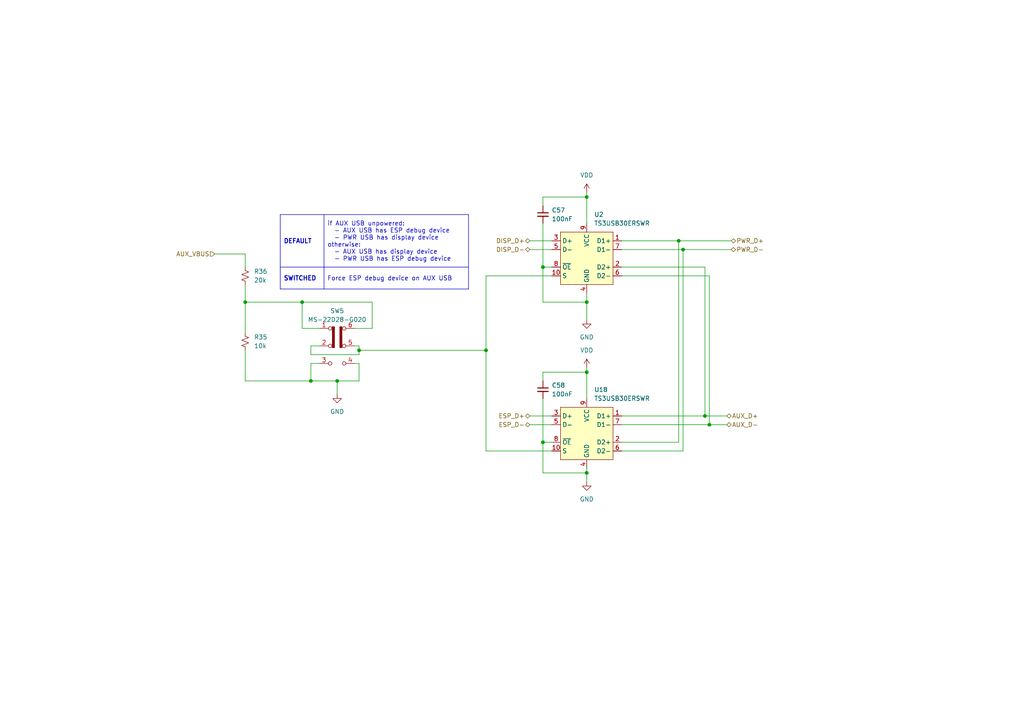
<source format=kicad_sch>
(kicad_sch (version 20250114) (generator "eeschema") (generator_version "9.0")
  (paper "A4")
  (title_block (title "USB Port Crosspoint Switch") (rev "A") (company "MLABS") (comment 1 "MSign-NG"))
  (lib_symbols
    (symbol "Device:C_Small" (pin_numbers (hide yes)) (pin_names (offset 0.254) (hide yes))
      (property "Reference" "C" (at 0.254 1.778 0))
      (property "Value" "C_Small" (at 0.254 -2.032 0))
      (symbol "C_Small_0_1"
        (polyline (pts (xy -1.524 0.508) (xy 1.524 0.508)) (stroke (width 0.3048)))
        (polyline (pts (xy -1.524 -0.508) (xy 1.524 -0.508)) (stroke (width 0.3302)))
      )
      (symbol "C_Small_1_1"
        (pin passive line (at 0 2.54 270) (length 2.032) (name "~") (number "1"))
        (pin passive line (at 0 -2.54 90) (length 2.032) (name "~") (number "2"))
      )
    )
    (symbol "Device:R_Small_US" (pin_numbers (hide yes)) (pin_names (offset 0.254) (hide yes))
      (property "Reference" "R" (at 0.762 0.508 0))
      (property "Value" "R_Small_US" (at 0.762 -1.016 0))
      (symbol "R_Small_US_1_1"
        (polyline (pts (xy 0 1.524) (xy 1.016 1.143) (xy 0 0.762) (xy -1.016 0.381) (xy 0 0)))
        (polyline (pts (xy 0 0) (xy 1.016 -0.381) (xy 0 -0.762) (xy -1.016 -1.143) (xy 0 -1.524)))
        (pin passive line (at 0 2.54 270) (length 1.016) (name "~") (number "1"))
        (pin passive line (at 0 -2.54 90) (length 1.016) (name "~") (number "2"))
      )
    )
    (symbol "Interface_USB:TS3USB30ERSWR"
      (property "Reference" "U" (at -6.35 8.89 0))
      (property "Value" "TS3USB30ERSWR" (at 8.89 8.89 0))
      (symbol "TS3USB30ERSWR_1_1"
        (rectangle (start -7.62 7.62) (end 7.62 -7.62) (fill (type background)))
        (pin bidirectional line (at -10.16 5.08 0) (length 2.54) (name "D+") (number "3"))
        (pin bidirectional line (at -10.16 2.54 0) (length 2.54) (name "D-") (number "5"))
        (pin input line (at -10.16 -2.54 0) (length 2.54) (name "~{OE}") (number "8"))
        (pin input line (at -10.16 -5.08 0) (length 2.54) (name "S") (number "10"))
        (pin power_in line (at 0 10.16 270) (length 2.54) (name "VCC") (number "9"))
        (pin power_in line (at 0 -10.16 90) (length 2.54) (name "GND") (number "4"))
        (pin bidirectional line (at 10.16 5.08 180) (length 2.54) (name "D1+") (number "1"))
        (pin bidirectional line (at 10.16 2.54 180) (length 2.54) (name "D1-") (number "7"))
        (pin bidirectional line (at 10.16 -2.54 180) (length 2.54) (name "D2+") (number "2"))
        (pin bidirectional line (at 10.16 -5.08 180) (length 2.54) (name "D2-") (number "6"))
      )
    )
    (symbol "Switch:SW_Slide_DPDT" (pin_names (offset 0) (hide yes))
      (property "Reference" "SW" (at 0 6.858 0))
      (property "Value" "SW_Slide_DPDT" (at 0 -8.128 0))
      (symbol "SW_Slide_DPDT_0_0"
        (circle (center -2.032 5.08) (radius 0.508))
        (circle (center -2.032 -5.08) (radius 0.508))
        (circle (center 2.032 0) (radius 0.508))
        (circle (center 2.032 -5.08) (radius 0.508))
      )
      (symbol "SW_Slide_DPDT_0_1"
        (circle (center -2.032 0) (radius 0.508))
        (circle (center 2.032 5.08) (radius 0.508))
      )
      (symbol "SW_Slide_DPDT_1_1"
        (rectangle (start -1.397 5.588) (end -0.762 -0.508) (fill (type outline)))
        (rectangle (start 0.762 5.588) (end 1.397 -0.508) (fill (type outline)))
        (pin passive line (at -5.08 5.08 0) (length 2.54) (name "A") (number "1"))
        (pin passive line (at -5.08 0 0) (length 2.54) (name "B") (number "2"))
        (pin passive line (at -5.08 -5.08 0) (length 2.54) (name "C") (number "3"))
        (pin passive line (at 5.08 5.08 180) (length 2.54) (name "C") (number "6"))
        (pin passive line (at 5.08 0 180) (length 2.54) (name "B") (number "5"))
        (pin passive line (at 5.08 -5.08 180) (length 2.54) (name "A") (number "4"))
      )
    )
    (symbol "power:GND" (power) (pin_numbers (hide yes)) (pin_names (offset 0) (hide yes))
      (property "Value" "GND" (at 0 -3.81 0))
      (symbol "GND_0_1"
        (polyline (pts (xy 0 0) (xy 0 -1.27) (xy 1.27 -1.27) (xy 0 -2.54) (xy -1.27 -1.27) (xy 0 -1.27)))
      )
      (symbol "GND_1_1"
        (pin power_in line (at 0 0 270) (length 0) (name "~") (number "1"))
      )
    )
    (symbol "power:VDD" (power) (pin_numbers (hide yes)) (pin_names (offset 0) (hide yes))
      (property "Value" "VDD" (at 0 3.556 0))
      (symbol "VDD_0_1"
        (polyline (pts (xy -0.762 1.27) (xy 0 2.54)))
        (polyline (pts (xy 0 2.54) (xy 0.762 1.27)))
        (polyline (pts (xy 0 0) (xy 0 2.54)))
      )
      (symbol "VDD_1_1"
        (pin power_in line (at 0 0 90) (length 0) (name "~") (number "1"))
      )
    )
  )
  (junction (at 205.74 123.19))
  (junction (at 170.18 87.63))
  (junction (at 157.48 128.27))
  (junction (at 104.14 101.6))
  (junction (at 71.12 87.63))
  (junction (at 157.48 77.47))
  (junction (at 170.18 137.16))
  (junction (at 140.97 101.6))
  (junction (at 204.47 120.65))
  (junction (at 170.18 107.95))
  (junction (at 196.85 69.85))
  (junction (at 170.18 57.15))
  (junction (at 87.63 87.63))
  (junction (at 198.12 72.39))
  (junction (at 90.17 110.49))
  (junction (at 97.79 110.49))
  (wire (pts (xy 104.14 101.6) (xy 104.14 100.33)))
  (wire (pts (xy 157.48 64.77) (xy 157.48 77.47)))
  (wire (pts (xy 97.79 110.49) (xy 97.79 114.3)))
  (wire (pts (xy 107.95 95.25) (xy 102.87 95.25)))
  (wire (pts (xy 157.48 87.63) (xy 170.18 87.63)))
  (wire (pts (xy 170.18 55.88) (xy 170.18 57.15)))
  (wire (pts (xy 71.12 82.55) (xy 71.12 87.63)))
  (wire (pts (xy 104.14 101.6) (xy 140.97 101.6)))
  (wire (pts (xy 196.85 69.85) (xy 212.09 69.85)))
  (wire (pts (xy 160.02 128.27) (xy 157.48 128.27)))
  (wire (pts (xy 104.14 100.33) (xy 102.87 100.33)))
  (wire (pts (xy 153.67 123.19) (xy 160.02 123.19)))
  (wire (pts (xy 92.71 100.33) (xy 90.17 100.33)))
  (wire (pts (xy 107.95 87.63) (xy 107.95 95.25)))
  (wire (pts (xy 87.63 87.63) (xy 107.95 87.63)))
  (wire (pts (xy 198.12 72.39) (xy 212.09 72.39)))
  (wire (pts (xy 157.48 110.49) (xy 157.48 107.95)))
  (wire (pts (xy 62.23 73.66) (xy 71.12 73.66)))
  (wire (pts (xy 157.48 137.16) (xy 170.18 137.16)))
  (wire (pts (xy 180.34 80.01) (xy 205.74 80.01)))
  (wire (pts (xy 157.48 128.27) (xy 157.48 137.16)))
  (wire (pts (xy 104.14 105.41) (xy 104.14 110.49)))
  (wire (pts (xy 87.63 95.25) (xy 92.71 95.25)))
  (wire (pts (xy 157.48 115.57) (xy 157.48 128.27)))
  (wire (pts (xy 90.17 110.49) (xy 97.79 110.49)))
  (wire (pts (xy 71.12 73.66) (xy 71.12 77.47)))
  (wire (pts (xy 140.97 101.6) (xy 140.97 130.81)))
  (wire (pts (xy 102.87 105.41) (xy 104.14 105.41)))
  (wire (pts (xy 170.18 135.89) (xy 170.18 137.16)))
  (wire (pts (xy 140.97 130.81) (xy 160.02 130.81)))
  (wire (pts (xy 153.67 72.39) (xy 160.02 72.39)))
  (wire (pts (xy 71.12 87.63) (xy 87.63 87.63)))
  (wire (pts (xy 180.34 72.39) (xy 198.12 72.39)))
  (wire (pts (xy 198.12 130.81) (xy 198.12 72.39)))
  (wire (pts (xy 180.34 69.85) (xy 196.85 69.85)))
  (wire (pts (xy 153.67 120.65) (xy 160.02 120.65)))
  (wire (pts (xy 157.48 77.47) (xy 157.48 87.63)))
  (wire (pts (xy 180.34 120.65) (xy 204.47 120.65)))
  (wire (pts (xy 92.71 105.41) (xy 90.17 105.41)))
  (wire (pts (xy 180.34 77.47) (xy 204.47 77.47)))
  (wire (pts (xy 140.97 80.01) (xy 160.02 80.01)))
  (wire (pts (xy 205.74 123.19) (xy 210.82 123.19)))
  (wire (pts (xy 157.48 59.69) (xy 157.48 57.15)))
  (wire (pts (xy 180.34 130.81) (xy 198.12 130.81)))
  (wire (pts (xy 140.97 101.6) (xy 140.97 80.01)))
  (wire (pts (xy 196.85 128.27) (xy 196.85 69.85)))
  (wire (pts (xy 205.74 80.01) (xy 205.74 123.19)))
  (wire (pts (xy 170.18 107.95) (xy 170.18 115.57)))
  (wire (pts (xy 104.14 110.49) (xy 97.79 110.49)))
  (wire (pts (xy 157.48 107.95) (xy 170.18 107.95)))
  (wire (pts (xy 170.18 106.68) (xy 170.18 107.95)))
  (wire (pts (xy 104.14 102.87) (xy 104.14 101.6)))
  (wire (pts (xy 90.17 105.41) (xy 90.17 110.49)))
  (wire (pts (xy 180.34 128.27) (xy 196.85 128.27)))
  (wire (pts (xy 71.12 87.63) (xy 71.12 96.52)))
  (wire (pts (xy 160.02 77.47) (xy 157.48 77.47)))
  (wire (pts (xy 170.18 137.16) (xy 170.18 139.7)))
  (wire (pts (xy 180.34 123.19) (xy 205.74 123.19)))
  (wire (pts (xy 71.12 101.6) (xy 71.12 110.49)))
  (wire (pts (xy 157.48 57.15) (xy 170.18 57.15)))
  (wire (pts (xy 71.12 110.49) (xy 90.17 110.49)))
  (wire (pts (xy 87.63 87.63) (xy 87.63 95.25)))
  (wire (pts (xy 170.18 87.63) (xy 170.18 92.71)))
  (wire (pts (xy 204.47 120.65) (xy 210.82 120.65)))
  (wire (pts (xy 90.17 102.87) (xy 104.14 102.87)))
  (wire (pts (xy 204.47 77.47) (xy 204.47 120.65)))
  (wire (pts (xy 90.17 100.33) (xy 90.17 102.87)))
  (wire (pts (xy 170.18 57.15) (xy 170.18 64.77)))
  (wire (pts (xy 153.67 69.85) (xy 160.02 69.85)))
  (wire (pts (xy 170.18 85.09) (xy 170.18 87.63)))
  (table (column_count 2) (border (external yes) (header no)) (separators (rows yes) (cols yes)) (column_widths 12.7 41.91) (row_heights 15.24 6.35) (cells (table_cell "DEFAULT" (at 81.28 62.23 0) (size 12.7 15.24) (margins 0.9525 0.9525 0.9525 0.9525) (span 1 1)) (table_cell "if AUX USB unpowered:\n  - AUX USB has ESP debug device\n  - PWR USB has display device\notherwise:\n  - AUX USB has display device\n  - PWR USB has ESP debug device" (at 93.98 62.23 0) (size 41.91 15.24) (margins 0.9525 0.9525 0.9525 0.9525) (span 1 1)) (table_cell "SWITCHED" (at 81.28 77.47 0) (size 12.7 6.35) (margins 0.9525 0.9525 0.9525 0.9525) (span 1 1)) (table_cell "Force ESP debug device on AUX USB" (at 93.98 77.47 0) (size 41.91 6.35) (margins 0.9525 0.9525 0.9525 0.9525) (span 1 1))))
  (hierarchical_label "AUX_D+" (shape bidirectional) (at 210.82 120.65 0))
  (hierarchical_label "AUX_D-" (shape bidirectional) (at 210.82 123.19 0))
  (hierarchical_label "ESP_D-" (shape bidirectional) (at 153.67 123.19 180))
  (hierarchical_label "PWR_D-" (shape bidirectional) (at 212.09 72.39 0))
  (hierarchical_label "PWR_D+" (shape bidirectional) (at 212.09 69.85 0))
  (hierarchical_label "DISP_D-" (shape bidirectional) (at 153.67 72.39 180))
  (hierarchical_label "DISP_D+" (shape bidirectional) (at 153.67 69.85 180))
  (hierarchical_label "ESP_D+" (shape bidirectional) (at 153.67 120.65 180))
  (hierarchical_label "AUX_VBUS" (shape input) (at 62.23 73.66 180))
  (symbol (lib_id "Interface_USB:TS3USB30ERSWR") (at 170.18 74.93 0) (unit 1)
    (property "Reference" "U2" (at 172.3233 62.23 0) (effects (justify left)))
    (property "Value" "TS3USB30ERSWR" (at 172.3233 64.77 0) (effects (justify left)))
    (property "Footprint" "Package_DFN_QFN:UQFN-10_1.4x1.8mm_P0.4mm" (effects (hide yes)))
    (property "Datasheet" "https://www.ti.com/lit/ds/symlink/ts3usb30e.pdf" (effects (hide yes)))
    (property "Description" "ESD-Protected, High-Speed USB 2.0 (480-Mbps) 1:2 Multiplexer/Demultiplexer Switch With Single Enable, UQFN-10" (effects (hide yes)))
  )
  (symbol (lib_id "Device:R_Small_US") (at 71.12 80.01 0) (unit 1)
    (property "Reference" "R36" (at 73.66 78.7399 0) (effects (justify left)))
    (property "Value" "20k" (at 73.66 81.2799 0) (effects (justify left)))
    (property "Footprint" "Resistor_SMD:R_0603_1608Metric" (effects (hide yes)))
    (property "Description" "Resistor, small US symbol" (effects (hide yes)))
    (property "Part" "0603WAF2002T5E" (effects (hide yes)))
  )
  (symbol (lib_id "power:GND") (at 170.18 139.7 0) (unit 1)
    (property "Reference" "#PWR031" (effects (hide yes)))
    (property "Value" "GND" (at 170.18 144.78 0))
    (property "Description" "Power symbol creates a global label with name \"GND\" , ground" (effects (hide yes)))
  )
  (symbol (lib_id "power:GND") (at 97.79 114.3 0) (unit 1)
    (property "Reference" "#PWR044" (effects (hide yes)))
    (property "Value" "GND" (at 97.79 119.38 0))
    (property "Description" "Power symbol creates a global label with name \"GND\" , ground" (effects (hide yes)))
  )
  (symbol (lib_id "Device:C_Small") (at 157.48 113.03 0) (unit 1)
    (property "Reference" "C58" (at 160.02 111.7662 0) (effects (justify left)))
    (property "Value" "100nF" (at 160.02 114.3062 0) (effects (justify left)))
    (property "Footprint" "Capacitor_SMD:C_0402_1005Metric" (effects (hide yes)))
    (property "Description" "Unpolarized capacitor, small symbol" (effects (hide yes)))
    (property "Part" "CL05B104KB54PNC" (effects (hide yes)))
  )
  (symbol (lib_id "Interface_USB:TS3USB30ERSWR") (at 170.18 125.73 0) (unit 1)
    (property "Reference" "U18" (at 172.3233 113.03 0) (effects (justify left)))
    (property "Value" "TS3USB30ERSWR" (at 172.3233 115.57 0) (effects (justify left)))
    (property "Footprint" "Package_DFN_QFN:UQFN-10_1.4x1.8mm_P0.4mm" (effects (hide yes)))
    (property "Datasheet" "https://www.ti.com/lit/ds/symlink/ts3usb30e.pdf" (effects (hide yes)))
    (property "Description" "ESD-Protected, High-Speed USB 2.0 (480-Mbps) 1:2 Multiplexer/Demultiplexer Switch With Single Enable, UQFN-10" (effects (hide yes)))
  )
  (symbol (lib_id "power:GND") (at 170.18 92.71 0) (unit 1)
    (property "Reference" "#PWR019" (effects (hide yes)))
    (property "Value" "GND" (at 170.18 97.79 0))
    (property "Description" "Power symbol creates a global label with name \"GND\" , ground" (effects (hide yes)))
  )
  (symbol (lib_id "Device:C_Small") (at 157.48 62.23 0) (unit 1)
    (property "Reference" "C57" (at 160.02 60.9662 0) (effects (justify left)))
    (property "Value" "100nF" (at 160.02 63.5062 0) (effects (justify left)))
    (property "Footprint" "Capacitor_SMD:C_0402_1005Metric" (effects (hide yes)))
    (property "Description" "Unpolarized capacitor, small symbol" (effects (hide yes)))
    (property "Part" "CL05B104KB54PNC" (effects (hide yes)))
  )
  (symbol (lib_id "Device:R_Small_US") (at 71.12 99.06 0) (unit 1)
    (property "Reference" "R35" (at 73.66 97.7899 0) (effects (justify left)))
    (property "Value" "10k" (at 73.66 100.3299 0) (effects (justify left)))
    (property "Footprint" "Resistor_SMD:R_0805_2012Metric" (effects (hide yes)))
    (property "Description" "Resistor, small US symbol" (effects (hide yes)))
    (property "Part" "0805W8F1002T5E" (effects (hide yes)))
  )
  (symbol (lib_id "power:VDD") (at 170.18 106.68 0) (unit 1)
    (property "Reference" "#PWR043" (effects (hide yes)))
    (property "Value" "VDD" (at 170.18 101.6 0))
    (property "Description" "Power symbol creates a global label with name \"VDD\"" (effects (hide yes)))
  )
  (symbol (lib_id "Switch:SW_Slide_DPDT") (at 97.79 100.33 0) (unit 1)
    (property "Reference" "SW5" (at 97.79 90.17 0))
    (property "Value" "MS-22D28-G020" (at 97.79 92.71 0))
    (property "Description" "Slide Switch, dual pole double throw" (effects (hide yes)))
  )
  (symbol (lib_id "power:VDD") (at 170.18 55.88 0) (unit 1)
    (property "Reference" "#PWR018" (effects (hide yes)))
    (property "Value" "VDD" (at 170.18 50.8 0))
    (property "Description" "Power symbol creates a global label with name \"VDD\"" (effects (hide yes)))
  )
)
</source>
